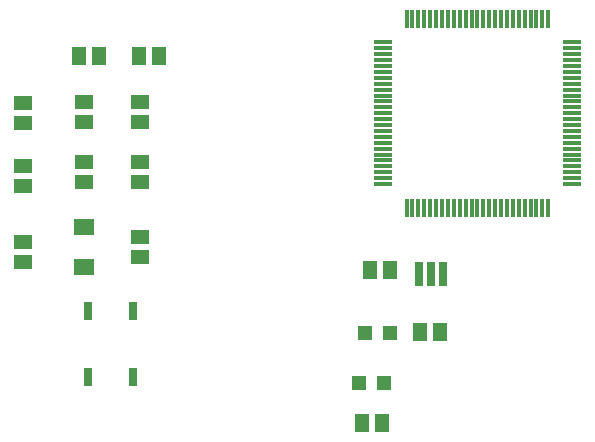
<source format=gtp>
G75*
%MOIN*%
%OFA0B0*%
%FSLAX24Y24*%
%IPPOS*%
%LPD*%
%AMOC8*
5,1,8,0,0,1.08239X$1,22.5*
%
%ADD10R,0.0591X0.0512*%
%ADD11R,0.0709X0.0551*%
%ADD12R,0.0591X0.0118*%
%ADD13R,0.0118X0.0591*%
%ADD14R,0.0472X0.0472*%
%ADD15R,0.0512X0.0591*%
%ADD16R,0.0300X0.0600*%
%ADD17R,0.0276X0.0787*%
D10*
X002286Y009996D03*
X002286Y010665D03*
X002287Y012507D03*
X002287Y013176D03*
X002287Y014607D03*
X002287Y015276D03*
X004305Y015326D03*
X004305Y014657D03*
X004305Y013326D03*
X004305Y012657D03*
X006187Y012657D03*
X006187Y013326D03*
X006187Y014657D03*
X006187Y015326D03*
X006187Y010826D03*
X006187Y010157D03*
D11*
X004305Y009822D03*
X004305Y011161D03*
D12*
X014282Y012582D03*
X014282Y012778D03*
X014282Y012975D03*
X014282Y013172D03*
X014282Y013369D03*
X014282Y013566D03*
X014282Y013763D03*
X014282Y013960D03*
X014282Y014156D03*
X014282Y014353D03*
X014282Y014550D03*
X014282Y014747D03*
X014282Y014944D03*
X014282Y015141D03*
X014282Y015337D03*
X014282Y015534D03*
X014282Y015731D03*
X014282Y015928D03*
X014282Y016125D03*
X014282Y016322D03*
X014282Y016519D03*
X014282Y016715D03*
X014282Y016912D03*
X014282Y017109D03*
X014282Y017306D03*
X020582Y017306D03*
X020582Y017109D03*
X020582Y016912D03*
X020582Y016715D03*
X020582Y016519D03*
X020582Y016322D03*
X020582Y016125D03*
X020582Y015928D03*
X020582Y015731D03*
X020582Y015534D03*
X020582Y015337D03*
X020582Y015141D03*
X020582Y014944D03*
X020582Y014747D03*
X020582Y014550D03*
X020582Y014353D03*
X020582Y014156D03*
X020582Y013960D03*
X020582Y013763D03*
X020582Y013566D03*
X020582Y013369D03*
X020582Y013172D03*
X020582Y012975D03*
X020582Y012778D03*
X020582Y012582D03*
D13*
X019794Y011794D03*
X019597Y011794D03*
X019400Y011794D03*
X019204Y011794D03*
X019007Y011794D03*
X018810Y011794D03*
X018613Y011794D03*
X018416Y011794D03*
X018219Y011794D03*
X018023Y011794D03*
X017826Y011794D03*
X017629Y011794D03*
X017432Y011794D03*
X017235Y011794D03*
X017038Y011794D03*
X016841Y011794D03*
X016645Y011794D03*
X016448Y011794D03*
X016251Y011794D03*
X016054Y011794D03*
X015857Y011794D03*
X015660Y011794D03*
X015463Y011794D03*
X015267Y011794D03*
X015070Y011794D03*
X015070Y018093D03*
X015267Y018093D03*
X015463Y018093D03*
X015660Y018093D03*
X015857Y018093D03*
X016054Y018093D03*
X016251Y018093D03*
X016448Y018093D03*
X016645Y018093D03*
X016841Y018093D03*
X017038Y018093D03*
X017235Y018093D03*
X017432Y018093D03*
X017629Y018093D03*
X017826Y018093D03*
X018023Y018093D03*
X018219Y018093D03*
X018416Y018093D03*
X018613Y018093D03*
X018810Y018093D03*
X019007Y018093D03*
X019204Y018093D03*
X019400Y018093D03*
X019597Y018093D03*
X019794Y018093D03*
D14*
X014519Y007621D03*
X013692Y007621D03*
X013497Y005963D03*
X014324Y005963D03*
D15*
X014245Y004632D03*
X013576Y004632D03*
X015507Y007635D03*
X016176Y007635D03*
X014508Y009711D03*
X013839Y009711D03*
X006822Y016841D03*
X006152Y016841D03*
X004822Y016841D03*
X004152Y016841D03*
D16*
X004461Y006151D03*
X005961Y006151D03*
X005961Y008351D03*
X004461Y008351D03*
D17*
X015487Y009582D03*
X015881Y009582D03*
X016274Y009582D03*
M02*

</source>
